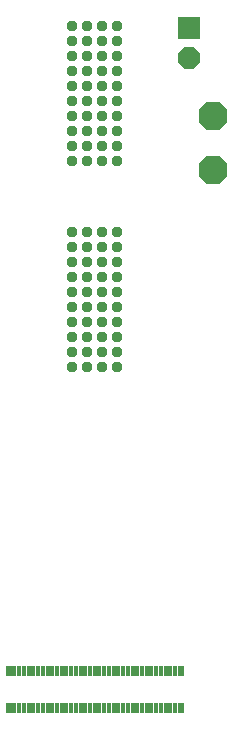
<source format=gts>
G75*
%MOIN*%
%OFA0B0*%
%FSLAX25Y25*%
%IPPOS*%
%LPD*%
%AMOC8*
5,1,8,0,0,1.08239X$1,22.5*
%
%ADD10OC8,0.03600*%
%ADD11R,0.01706X0.03753*%
%ADD12R,0.02178X0.03753*%
%ADD13OC8,0.07296*%
%ADD14R,0.07296X0.07296*%
%ADD15OC8,0.09658*%
D10*
X0131795Y0159459D03*
X0131795Y0164459D03*
X0131795Y0169459D03*
X0131795Y0174459D03*
X0131795Y0179459D03*
X0131795Y0184459D03*
X0131795Y0189459D03*
X0131795Y0194459D03*
X0131795Y0199459D03*
X0131795Y0204459D03*
X0136795Y0204459D03*
X0141795Y0204459D03*
X0141795Y0199459D03*
X0136795Y0199459D03*
X0136795Y0194459D03*
X0141795Y0194459D03*
X0141795Y0189459D03*
X0136795Y0189459D03*
X0136795Y0184459D03*
X0141795Y0184459D03*
X0141795Y0179459D03*
X0136795Y0179459D03*
X0136795Y0174459D03*
X0141795Y0174459D03*
X0141795Y0169459D03*
X0136795Y0169459D03*
X0136795Y0164459D03*
X0141795Y0164459D03*
X0141795Y0159459D03*
X0136795Y0159459D03*
X0146795Y0159459D03*
X0146795Y0164459D03*
X0146795Y0169459D03*
X0146795Y0174459D03*
X0146795Y0179459D03*
X0146795Y0184459D03*
X0146795Y0189459D03*
X0146795Y0194459D03*
X0146795Y0199459D03*
X0146795Y0204459D03*
X0146795Y0227975D03*
X0146795Y0232975D03*
X0141795Y0232975D03*
X0136795Y0232975D03*
X0136795Y0227975D03*
X0141795Y0227975D03*
X0131795Y0227975D03*
X0131795Y0232975D03*
X0131795Y0237975D03*
X0131795Y0242975D03*
X0131795Y0247975D03*
X0131795Y0252975D03*
X0131795Y0257975D03*
X0131795Y0262975D03*
X0131795Y0267975D03*
X0131795Y0272975D03*
X0136795Y0272975D03*
X0136795Y0267975D03*
X0141795Y0267975D03*
X0141795Y0272975D03*
X0146795Y0272975D03*
X0146795Y0267975D03*
X0146795Y0262975D03*
X0146795Y0257975D03*
X0141795Y0257975D03*
X0136795Y0257975D03*
X0136795Y0262975D03*
X0141795Y0262975D03*
X0141795Y0252975D03*
X0136795Y0252975D03*
X0136795Y0247975D03*
X0141795Y0247975D03*
X0141795Y0242975D03*
X0136795Y0242975D03*
X0136795Y0237975D03*
X0141795Y0237975D03*
X0146795Y0237975D03*
X0146795Y0242975D03*
X0146795Y0247975D03*
X0146795Y0252975D03*
D11*
X0147169Y0058278D03*
X0145594Y0058278D03*
X0144020Y0058278D03*
X0142445Y0058278D03*
X0140870Y0058278D03*
X0139295Y0058278D03*
X0137720Y0058278D03*
X0136146Y0058278D03*
X0134571Y0058278D03*
X0132996Y0058278D03*
X0131421Y0058278D03*
X0129846Y0058278D03*
X0128272Y0058278D03*
X0126697Y0058278D03*
X0125122Y0058278D03*
X0123547Y0058278D03*
X0121972Y0058278D03*
X0120398Y0058278D03*
X0118823Y0058278D03*
X0117248Y0058278D03*
X0115673Y0058278D03*
X0114098Y0058278D03*
X0112524Y0058278D03*
X0112524Y0045797D03*
X0114098Y0045797D03*
X0115673Y0045797D03*
X0117248Y0045797D03*
X0118823Y0045797D03*
X0120398Y0045797D03*
X0121972Y0045797D03*
X0123547Y0045797D03*
X0125122Y0045797D03*
X0126697Y0045797D03*
X0128272Y0045797D03*
X0129846Y0045797D03*
X0131421Y0045797D03*
X0132996Y0045797D03*
X0134571Y0045797D03*
X0136146Y0045797D03*
X0137720Y0045797D03*
X0139295Y0045797D03*
X0140870Y0045797D03*
X0142445Y0045797D03*
X0144020Y0045797D03*
X0145594Y0045797D03*
X0147169Y0045797D03*
X0148744Y0045797D03*
X0150319Y0045797D03*
X0151894Y0045797D03*
X0153468Y0045797D03*
X0155043Y0045797D03*
X0156618Y0045797D03*
X0158193Y0045797D03*
X0159768Y0045797D03*
X0161343Y0045797D03*
X0162917Y0045797D03*
X0164492Y0045797D03*
X0166067Y0045797D03*
X0166067Y0058278D03*
X0164492Y0058278D03*
X0162917Y0058278D03*
X0161343Y0058278D03*
X0159768Y0058278D03*
X0158193Y0058278D03*
X0156618Y0058278D03*
X0155043Y0058278D03*
X0153468Y0058278D03*
X0151894Y0058278D03*
X0150319Y0058278D03*
X0148744Y0058278D03*
D12*
X0110654Y0045797D03*
X0110654Y0058278D03*
X0167937Y0058278D03*
X0167937Y0045797D03*
D13*
X0170791Y0262510D03*
D14*
X0170791Y0272510D03*
D15*
X0178665Y0242982D03*
X0178665Y0225266D03*
M02*

</source>
